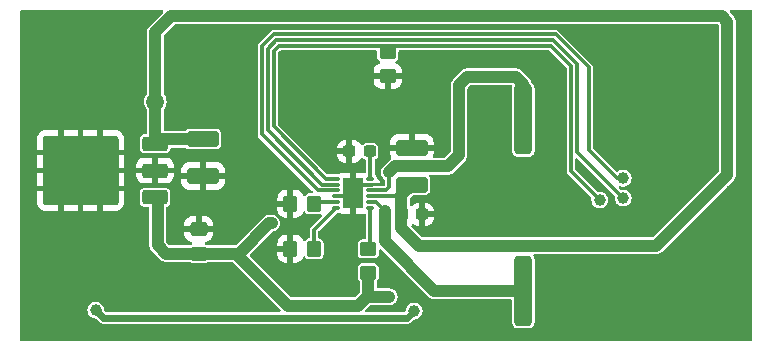
<source format=gbr>
%TF.GenerationSoftware,KiCad,Pcbnew,8.0.6*%
%TF.CreationDate,2025-03-30T17:41:47+02:00*%
%TF.ProjectId,vmc,766d632e-6b69-4636-9164-5f7063625858,rev?*%
%TF.SameCoordinates,Original*%
%TF.FileFunction,Copper,L2,Bot*%
%TF.FilePolarity,Positive*%
%FSLAX46Y46*%
G04 Gerber Fmt 4.6, Leading zero omitted, Abs format (unit mm)*
G04 Created by KiCad (PCBNEW 8.0.6) date 2025-03-30 17:41:47*
%MOMM*%
%LPD*%
G01*
G04 APERTURE LIST*
G04 Aperture macros list*
%AMRoundRect*
0 Rectangle with rounded corners*
0 $1 Rounding radius*
0 $2 $3 $4 $5 $6 $7 $8 $9 X,Y pos of 4 corners*
0 Add a 4 corners polygon primitive as box body*
4,1,4,$2,$3,$4,$5,$6,$7,$8,$9,$2,$3,0*
0 Add four circle primitives for the rounded corners*
1,1,$1+$1,$2,$3*
1,1,$1+$1,$4,$5*
1,1,$1+$1,$6,$7*
1,1,$1+$1,$8,$9*
0 Add four rect primitives between the rounded corners*
20,1,$1+$1,$2,$3,$4,$5,0*
20,1,$1+$1,$4,$5,$6,$7,0*
20,1,$1+$1,$6,$7,$8,$9,0*
20,1,$1+$1,$8,$9,$2,$3,0*%
G04 Aperture macros list end*
%TA.AperFunction,ComponentPad*%
%ADD10C,1.500000*%
%TD*%
%TA.AperFunction,SMDPad,CuDef*%
%ADD11RoundRect,0.250000X0.850000X0.350000X-0.850000X0.350000X-0.850000X-0.350000X0.850000X-0.350000X0*%
%TD*%
%TA.AperFunction,SMDPad,CuDef*%
%ADD12RoundRect,0.250000X1.275000X1.125000X-1.275000X1.125000X-1.275000X-1.125000X1.275000X-1.125000X0*%
%TD*%
%TA.AperFunction,SMDPad,CuDef*%
%ADD13RoundRect,0.249997X2.950003X2.650003X-2.950003X2.650003X-2.950003X-2.650003X2.950003X-2.650003X0*%
%TD*%
%TA.AperFunction,SMDPad,CuDef*%
%ADD14RoundRect,0.237500X-0.300000X-0.237500X0.300000X-0.237500X0.300000X0.237500X-0.300000X0.237500X0*%
%TD*%
%TA.AperFunction,SMDPad,CuDef*%
%ADD15RoundRect,0.075000X-0.250000X-0.075000X0.250000X-0.075000X0.250000X0.075000X-0.250000X0.075000X0*%
%TD*%
%TA.AperFunction,SMDPad,CuDef*%
%ADD16R,1.700000X2.500000*%
%TD*%
%TA.AperFunction,SMDPad,CuDef*%
%ADD17RoundRect,0.250000X-1.100000X0.412500X-1.100000X-0.412500X1.100000X-0.412500X1.100000X0.412500X0*%
%TD*%
%TA.AperFunction,SMDPad,CuDef*%
%ADD18RoundRect,0.250000X0.475000X-0.337500X0.475000X0.337500X-0.475000X0.337500X-0.475000X-0.337500X0*%
%TD*%
%TA.AperFunction,SMDPad,CuDef*%
%ADD19RoundRect,0.250000X-0.350000X-0.450000X0.350000X-0.450000X0.350000X0.450000X-0.350000X0.450000X0*%
%TD*%
%TA.AperFunction,SMDPad,CuDef*%
%ADD20RoundRect,0.375000X-0.375000X-2.625000X0.375000X-2.625000X0.375000X2.625000X-0.375000X2.625000X0*%
%TD*%
%TA.AperFunction,SMDPad,CuDef*%
%ADD21RoundRect,0.250000X-0.450000X0.350000X-0.450000X-0.350000X0.450000X-0.350000X0.450000X0.350000X0*%
%TD*%
%TA.AperFunction,SMDPad,CuDef*%
%ADD22RoundRect,0.250000X0.450000X-0.350000X0.450000X0.350000X-0.450000X0.350000X-0.450000X-0.350000X0*%
%TD*%
%TA.AperFunction,SMDPad,CuDef*%
%ADD23RoundRect,0.250000X1.100000X-0.412500X1.100000X0.412500X-1.100000X0.412500X-1.100000X-0.412500X0*%
%TD*%
%TA.AperFunction,ViaPad*%
%ADD24C,1.000000*%
%TD*%
%TA.AperFunction,Conductor*%
%ADD25C,0.300000*%
%TD*%
%TA.AperFunction,Conductor*%
%ADD26C,1.000000*%
%TD*%
%TA.AperFunction,Conductor*%
%ADD27C,0.600000*%
%TD*%
G04 APERTURE END LIST*
D10*
%TO.P,TP1,1,1*%
%TO.N,/+12V*%
X111938000Y-58255000D03*
%TD*%
D11*
%TO.P,U5,1,IN*%
%TO.N,/+12V*%
X111912000Y-61795500D03*
%TO.P,U5,2,GND*%
%TO.N,GND*%
X111912000Y-64075500D03*
D12*
X107287000Y-65600500D03*
X107287000Y-62550500D03*
D13*
X105612000Y-64075500D03*
D12*
X103937000Y-65600500D03*
X103937000Y-62550500D03*
D11*
%TO.P,U5,3,OUT*%
%TO.N,+5V*%
X111912000Y-66355500D03*
%TD*%
D14*
%TO.P,C10,1*%
%TO.N,GND*%
X128374000Y-62446000D03*
%TO.P,C10,2*%
%TO.N,Net-(U6-V_{18})*%
X130099000Y-62446000D03*
%TD*%
D15*
%TO.P,U6,1,ILIM*%
%TO.N,Net-(U6-ILIM)*%
X127208000Y-67262000D03*
%TO.P,U6,2,ROFF*%
%TO.N,Net-(U6-ROFF)*%
X127208000Y-66762000D03*
%TO.P,U6,3,GNDP*%
%TO.N,GND*%
X127208000Y-66262000D03*
%TO.P,U6,4,IN1*%
%TO.N,Net-(U2-RC4)*%
X127208000Y-65762000D03*
%TO.P,U6,5,IN2*%
%TO.N,Net-(U2-RC5)*%
X127208000Y-65262000D03*
%TO.P,U6,6,ISEN*%
%TO.N,Net-(U2-RC3{slash}CxIN3-)*%
X127208000Y-64762000D03*
%TO.P,U6,7,V_{18}*%
%TO.N,Net-(U6-V_{18})*%
X130158000Y-64762000D03*
%TO.P,U6,8,GNDA*%
%TO.N,GND*%
X130158000Y-65262000D03*
%TO.P,U6,9,OUT2*%
%TO.N,Net-(M1--)*%
X130158000Y-65762000D03*
%TO.P,U6,10,V_{M}*%
%TO.N,/+12V*%
X130158000Y-66262000D03*
%TO.P,U6,11,OUT1*%
%TO.N,Net-(M1-+)*%
X130158000Y-66762000D03*
%TO.P,U6,12,~{FAULT}*%
%TO.N,Net-(U6-~{FAULT})*%
X130158000Y-67262000D03*
D16*
%TO.P,U6,13,PAD*%
%TO.N,GND*%
X128683000Y-66012000D03*
%TD*%
D14*
%TO.P,C5,1*%
%TO.N,/+12V*%
X132792500Y-67780000D03*
%TO.P,C5,2*%
%TO.N,GND*%
X134517500Y-67780000D03*
%TD*%
D17*
%TO.P,C8,1*%
%TO.N,/+12V*%
X115979000Y-61408500D03*
%TO.P,C8,2*%
%TO.N,GND*%
X115979000Y-64533500D03*
%TD*%
D18*
%TO.P,C9,1*%
%TO.N,+5V*%
X115621000Y-71103500D03*
%TO.P,C9,2*%
%TO.N,GND*%
X115621000Y-69028500D03*
%TD*%
D19*
%TO.P,R10,1*%
%TO.N,GND*%
X123384000Y-66891000D03*
%TO.P,R10,2*%
%TO.N,Net-(U6-ROFF)*%
X125384000Y-66891000D03*
%TD*%
%TO.P,R9,1*%
%TO.N,GND*%
X123384000Y-70701000D03*
%TO.P,R9,2*%
%TO.N,Net-(U6-ILIM)*%
X125384000Y-70701000D03*
%TD*%
D20*
%TO.P,M1,1,+*%
%TO.N,Net-(M1-+)*%
X143100000Y-74250000D03*
%TO.P,M1,2,-*%
%TO.N,Net-(M1--)*%
X143100000Y-59750000D03*
%TD*%
D21*
%TO.P,R12,1*%
%TO.N,Net-(U6-~{FAULT})*%
X129972000Y-70717000D03*
%TO.P,R12,2*%
%TO.N,+5V*%
X129972000Y-72717000D03*
%TD*%
D22*
%TO.P,R11,1*%
%TO.N,GND*%
X131623000Y-56080000D03*
%TO.P,R11,2*%
%TO.N,Net-(U2-RC3{slash}CxIN3-)*%
X131623000Y-54080000D03*
%TD*%
D23*
%TO.P,C11,1*%
%TO.N,/+12V*%
X133655000Y-65278500D03*
%TO.P,C11,2*%
%TO.N,GND*%
X133655000Y-62153500D03*
%TD*%
D24*
%TO.N,GND*%
X123368000Y-54826000D03*
X118694400Y-62776200D03*
X140259000Y-62065000D03*
X158400000Y-59400000D03*
X136322000Y-61938000D03*
X123317200Y-65113000D03*
%TO.N,+5V*%
X131750000Y-74765000D03*
X121793000Y-68543603D03*
%TO.N,/+12V*%
X159850000Y-64950000D03*
%TO.N,/Lbus*%
X133862943Y-75965000D03*
X106900000Y-75900000D03*
%TO.N,Net-(U2-RC3{slash}CxIN3-)*%
X149559501Y-66570153D03*
%TO.N,Net-(U2-RC4)*%
X151559500Y-64732000D03*
%TO.N,Net-(U2-RC5)*%
X151559501Y-66402713D03*
%TD*%
D25*
%TO.N,GND*%
X129433000Y-65262000D02*
X128683000Y-66012000D01*
X130158000Y-65262000D02*
X129433000Y-65262000D01*
X127208000Y-66262000D02*
X128433000Y-66262000D01*
D26*
%TO.N,+5V*%
X118774500Y-71103500D02*
X115621000Y-71103500D01*
X129835500Y-74765000D02*
X129761000Y-74839500D01*
X129761000Y-74839500D02*
X129988000Y-74612500D01*
X129988000Y-74612500D02*
X129988000Y-72733000D01*
X121793000Y-68543603D02*
X121594397Y-68543603D01*
X131750000Y-74765000D02*
X129835500Y-74765000D01*
X112870000Y-71103500D02*
X115621000Y-71103500D01*
X121594397Y-68543603D02*
X119034500Y-71103500D01*
X123198000Y-75527000D02*
X129073500Y-75527000D01*
X129073500Y-75527000D02*
X129761000Y-74839500D01*
X112142000Y-70375500D02*
X112870000Y-71103500D01*
X112142000Y-66375500D02*
X112142000Y-70375500D01*
X118774500Y-71103500D02*
X123198000Y-75527000D01*
X119034500Y-71103500D02*
X118774500Y-71103500D01*
D25*
%TO.N,/+12V*%
X130158000Y-66262000D02*
X132544500Y-66262000D01*
D26*
X159850000Y-64950000D02*
X154353000Y-70447000D01*
X159900000Y-51000000D02*
X113300000Y-51000000D01*
X134290000Y-70447000D02*
X132766000Y-68923000D01*
X111938000Y-58255000D02*
X111938000Y-61571500D01*
X160384314Y-51484314D02*
X159900000Y-51000000D01*
X160384314Y-64415686D02*
X160384314Y-51484314D01*
X159850000Y-64950000D02*
X160384314Y-64415686D01*
X154353000Y-70447000D02*
X134290000Y-70447000D01*
X112079500Y-61430000D02*
X115266500Y-61430000D01*
X113300000Y-51000000D02*
X111938000Y-52362000D01*
X111938000Y-52362000D02*
X111938000Y-58255000D01*
X132766000Y-66167500D02*
X133655000Y-65278500D01*
X111938000Y-61571500D02*
X112079500Y-61430000D01*
X132766000Y-68923000D02*
X132766000Y-66167500D01*
D27*
%TO.N,/Lbus*%
X133862943Y-75965000D02*
X133284943Y-76543000D01*
X107543000Y-76543000D02*
X106900000Y-75900000D01*
X133284943Y-76543000D02*
X107543000Y-76543000D01*
D26*
%TO.N,Net-(M1--)*%
X131750000Y-64224000D02*
X132258000Y-63716000D01*
D25*
X131482000Y-65762000D02*
X131750000Y-65494000D01*
D26*
X142468800Y-56118000D02*
X143100000Y-56749200D01*
D25*
X130158000Y-65762000D02*
X131482000Y-65762000D01*
D26*
X132258000Y-63716000D02*
X136703000Y-63716000D01*
X137662000Y-62757000D02*
X137662000Y-56820943D01*
X136703000Y-63716000D02*
X137662000Y-62757000D01*
D25*
X131750000Y-65494000D02*
X131750000Y-64224000D01*
D26*
X138364943Y-56118000D02*
X142468800Y-56118000D01*
X137662000Y-56820943D02*
X138364943Y-56118000D01*
X143100000Y-56749200D02*
X143100000Y-59750000D01*
D25*
%TO.N,Net-(M1-+)*%
X130158000Y-66762000D02*
X130605000Y-66762000D01*
X130605000Y-66762000D02*
X131369000Y-67526000D01*
D26*
X135553000Y-74250000D02*
X143100000Y-74250000D01*
X131369000Y-67526000D02*
X131369000Y-70066000D01*
X131369000Y-70066000D02*
X135553000Y-74250000D01*
D25*
%TO.N,Net-(U2-RC3{slash}CxIN3-)*%
X121955000Y-60321800D02*
X126395200Y-64762000D01*
X126395200Y-64762000D02*
X127208000Y-64762000D01*
X147117000Y-55224212D02*
X145440788Y-53548000D01*
X149559501Y-66570153D02*
X147117000Y-64127652D01*
X147117000Y-64127652D02*
X147117000Y-55224212D01*
X121955000Y-53970212D02*
X121955000Y-60321800D01*
X145440788Y-53548000D02*
X122377212Y-53548000D01*
X122377212Y-53548000D02*
X121955000Y-53970212D01*
%TO.N,Net-(U6-V_{18})*%
X130158000Y-64762000D02*
X130158000Y-62505000D01*
%TO.N,Net-(U6-ILIM)*%
X125384000Y-69086000D02*
X125384000Y-70701000D01*
X127208000Y-67262000D02*
X125384000Y-69086000D01*
%TO.N,Net-(U6-ROFF)*%
X127208000Y-66762000D02*
X125513000Y-66762000D01*
%TO.N,Net-(U2-RC4)*%
X151054000Y-64732000D02*
X148641000Y-62319000D01*
X120955000Y-60998200D02*
X125718800Y-65762000D01*
X148641000Y-55334000D02*
X145855001Y-52548000D01*
X125718800Y-65762000D02*
X127208000Y-65762000D01*
X151559500Y-64732000D02*
X151054000Y-64732000D01*
X120955000Y-53556000D02*
X120955000Y-60998200D01*
X121963000Y-52548000D02*
X120955000Y-53556000D01*
X145855001Y-52548000D02*
X121963000Y-52548000D01*
X148641000Y-62319000D02*
X148641000Y-55334000D01*
%TO.N,Net-(U2-RC5)*%
X145647894Y-53048000D02*
X122170106Y-53048000D01*
X122170106Y-53048000D02*
X121455000Y-53763106D01*
X126031600Y-65262000D02*
X127208000Y-65262000D01*
X121455000Y-60685400D02*
X126031600Y-65262000D01*
X151559501Y-66402713D02*
X151522631Y-66402713D01*
X147654422Y-62534504D02*
X147654422Y-55054528D01*
X121455000Y-53763106D02*
X121455000Y-60685400D01*
X151522631Y-66402713D02*
X147654422Y-62534504D01*
X147654422Y-55054528D02*
X145647894Y-53048000D01*
%TO.N,Net-(U6-~{FAULT})*%
X130158000Y-67262000D02*
X130158000Y-70531000D01*
%TD*%
%TA.AperFunction,Conductor*%
%TO.N,GND*%
G36*
X112576520Y-50520185D02*
G01*
X112622275Y-50572989D01*
X112632219Y-50642147D01*
X112603194Y-50705703D01*
X112597162Y-50712181D01*
X111393888Y-51915453D01*
X111393887Y-51915454D01*
X111317222Y-52030192D01*
X111264421Y-52157667D01*
X111264418Y-52157679D01*
X111242568Y-52267528D01*
X111242568Y-52267531D01*
X111237500Y-52293006D01*
X111237500Y-57565911D01*
X111217815Y-57632950D01*
X111209353Y-57644576D01*
X111143864Y-57724373D01*
X111143862Y-57724376D01*
X111055604Y-57889497D01*
X111001253Y-58068666D01*
X111001252Y-58068668D01*
X110982901Y-58255000D01*
X111001252Y-58441331D01*
X111001253Y-58441333D01*
X111055604Y-58620502D01*
X111143862Y-58785623D01*
X111143864Y-58785626D01*
X111209353Y-58865423D01*
X111236666Y-58929732D01*
X111237500Y-58944088D01*
X111237500Y-60871000D01*
X111217815Y-60938039D01*
X111165011Y-60983794D01*
X111113500Y-60995000D01*
X111007730Y-60995000D01*
X110977300Y-60997853D01*
X110977298Y-60997853D01*
X110849119Y-61042706D01*
X110849117Y-61042707D01*
X110739850Y-61123350D01*
X110659207Y-61232617D01*
X110659206Y-61232619D01*
X110614353Y-61360798D01*
X110614353Y-61360800D01*
X110611500Y-61391230D01*
X110611500Y-62199769D01*
X110614353Y-62230199D01*
X110614353Y-62230201D01*
X110652061Y-62337960D01*
X110659207Y-62358382D01*
X110739850Y-62467650D01*
X110849118Y-62548293D01*
X110891845Y-62563244D01*
X110977299Y-62593146D01*
X111007730Y-62596000D01*
X111007734Y-62596000D01*
X112816270Y-62596000D01*
X112846699Y-62593146D01*
X112846701Y-62593146D01*
X112910790Y-62570719D01*
X112974882Y-62548293D01*
X113084150Y-62467650D01*
X113164793Y-62358382D01*
X113209646Y-62230199D01*
X113209646Y-62230197D01*
X113210118Y-62228039D01*
X113210907Y-62226595D01*
X113212139Y-62223077D01*
X113212721Y-62223280D01*
X113243655Y-62166745D01*
X113305006Y-62133312D01*
X113331262Y-62130500D01*
X114498907Y-62130500D01*
X114565946Y-62150185D01*
X114572532Y-62154724D01*
X114666118Y-62223793D01*
X114684437Y-62230203D01*
X114794299Y-62268646D01*
X114824730Y-62271500D01*
X114824734Y-62271500D01*
X117133270Y-62271500D01*
X117163699Y-62268646D01*
X117163701Y-62268646D01*
X117227790Y-62246219D01*
X117291882Y-62223793D01*
X117401150Y-62143150D01*
X117481793Y-62033882D01*
X117525329Y-61909464D01*
X117526646Y-61905701D01*
X117526646Y-61905699D01*
X117529500Y-61875269D01*
X117529500Y-60941730D01*
X117526646Y-60911300D01*
X117526646Y-60911298D01*
X117481793Y-60783119D01*
X117481792Y-60783117D01*
X117450813Y-60741142D01*
X117401150Y-60673850D01*
X117291882Y-60593207D01*
X117291880Y-60593206D01*
X117163700Y-60548353D01*
X117133270Y-60545500D01*
X117133266Y-60545500D01*
X114824734Y-60545500D01*
X114824730Y-60545500D01*
X114794300Y-60548353D01*
X114794298Y-60548353D01*
X114666119Y-60593206D01*
X114666117Y-60593207D01*
X114556849Y-60673850D01*
X114552952Y-60679132D01*
X114497305Y-60721384D01*
X114453181Y-60729500D01*
X112762500Y-60729500D01*
X112695461Y-60709815D01*
X112649706Y-60657011D01*
X112638500Y-60605500D01*
X112638500Y-58944088D01*
X112658185Y-58877049D01*
X112666647Y-58865423D01*
X112732135Y-58785626D01*
X112732137Y-58785623D01*
X112820395Y-58620502D01*
X112820396Y-58620501D01*
X112874747Y-58441331D01*
X112893099Y-58255000D01*
X112874747Y-58068669D01*
X112820396Y-57889499D01*
X112732136Y-57724375D01*
X112732135Y-57724373D01*
X112666647Y-57644576D01*
X112639334Y-57580266D01*
X112638500Y-57565911D01*
X112638500Y-53509856D01*
X120604500Y-53509856D01*
X120604500Y-61044344D01*
X120618928Y-61098190D01*
X120628385Y-61133486D01*
X120674527Y-61213408D01*
X120674531Y-61213413D01*
X125239937Y-65778819D01*
X125273422Y-65840142D01*
X125268438Y-65909834D01*
X125226566Y-65965767D01*
X125161102Y-65990184D01*
X125152256Y-65990500D01*
X124979730Y-65990500D01*
X124949300Y-65993353D01*
X124949298Y-65993353D01*
X124821119Y-66038206D01*
X124821117Y-66038207D01*
X124711850Y-66118850D01*
X124650776Y-66201602D01*
X124595128Y-66243853D01*
X124525472Y-66249311D01*
X124463923Y-66216243D01*
X124433300Y-66166972D01*
X124418358Y-66121880D01*
X124418356Y-66121875D01*
X124326315Y-65972654D01*
X124202345Y-65848684D01*
X124053124Y-65756643D01*
X124053119Y-65756641D01*
X123886697Y-65701494D01*
X123886690Y-65701493D01*
X123783986Y-65691000D01*
X123634000Y-65691000D01*
X123634000Y-68090999D01*
X123783972Y-68090999D01*
X123783986Y-68090998D01*
X123886697Y-68080505D01*
X124053119Y-68025358D01*
X124053124Y-68025356D01*
X124202345Y-67933315D01*
X124326315Y-67809345D01*
X124418356Y-67660124D01*
X124418359Y-67660117D01*
X124433300Y-67615028D01*
X124473072Y-67557583D01*
X124537587Y-67530759D01*
X124606363Y-67543073D01*
X124650775Y-67580396D01*
X124711850Y-67663150D01*
X124821118Y-67743793D01*
X124849754Y-67753813D01*
X124949299Y-67788646D01*
X124979730Y-67791500D01*
X124979734Y-67791500D01*
X125788270Y-67791500D01*
X125808554Y-67789597D01*
X125818699Y-67788646D01*
X125870406Y-67770552D01*
X125940182Y-67766990D01*
X126000810Y-67801718D01*
X126033038Y-67863711D01*
X126026634Y-67933286D01*
X125999041Y-67975275D01*
X125103531Y-68870786D01*
X125103529Y-68870789D01*
X125065753Y-68936221D01*
X125065751Y-68936223D01*
X125057386Y-68950709D01*
X125057386Y-68950710D01*
X125033500Y-69039856D01*
X125033500Y-69685908D01*
X125013815Y-69752947D01*
X124961011Y-69798702D01*
X124950456Y-69802949D01*
X124821117Y-69848207D01*
X124711850Y-69928850D01*
X124650776Y-70011602D01*
X124595128Y-70053853D01*
X124525472Y-70059311D01*
X124463923Y-70026243D01*
X124433300Y-69976972D01*
X124418358Y-69931880D01*
X124418356Y-69931875D01*
X124326315Y-69782654D01*
X124202345Y-69658684D01*
X124053124Y-69566643D01*
X124053119Y-69566641D01*
X123886697Y-69511494D01*
X123886690Y-69511493D01*
X123783986Y-69501000D01*
X123634000Y-69501000D01*
X123634000Y-71900999D01*
X123783972Y-71900999D01*
X123783986Y-71900998D01*
X123886697Y-71890505D01*
X124053119Y-71835358D01*
X124053124Y-71835356D01*
X124202345Y-71743315D01*
X124326315Y-71619345D01*
X124418356Y-71470124D01*
X124418359Y-71470117D01*
X124433300Y-71425028D01*
X124473072Y-71367583D01*
X124537587Y-71340759D01*
X124606363Y-71353073D01*
X124650775Y-71390396D01*
X124711850Y-71473150D01*
X124821118Y-71553793D01*
X124863845Y-71568744D01*
X124949299Y-71598646D01*
X124979730Y-71601500D01*
X124979734Y-71601500D01*
X125788270Y-71601500D01*
X125818699Y-71598646D01*
X125818701Y-71598646D01*
X125882790Y-71576219D01*
X125946882Y-71553793D01*
X126056150Y-71473150D01*
X126136793Y-71363882D01*
X126166186Y-71279882D01*
X126181646Y-71235701D01*
X126181646Y-71235699D01*
X126184500Y-71205269D01*
X126184500Y-70196730D01*
X126181646Y-70166300D01*
X126181646Y-70166298D01*
X126141075Y-70050356D01*
X126136793Y-70038118D01*
X126056150Y-69928850D01*
X125946882Y-69848207D01*
X125907267Y-69834345D01*
X125817544Y-69802949D01*
X125760769Y-69762227D01*
X125735022Y-69697274D01*
X125734500Y-69685908D01*
X125734500Y-69282543D01*
X125754185Y-69215504D01*
X125770814Y-69194867D01*
X127316863Y-67648817D01*
X127378186Y-67615333D01*
X127404544Y-67612499D01*
X127425602Y-67612499D01*
X127492641Y-67632184D01*
X127499913Y-67637232D01*
X127590911Y-67705352D01*
X127590913Y-67705354D01*
X127725620Y-67755596D01*
X127725627Y-67755598D01*
X127785155Y-67761999D01*
X127785172Y-67762000D01*
X128433000Y-67762000D01*
X128433000Y-64262000D01*
X127785155Y-64262000D01*
X127725627Y-64268401D01*
X127725620Y-64268403D01*
X127590913Y-64318645D01*
X127590910Y-64318647D01*
X127499917Y-64386766D01*
X127434453Y-64411184D01*
X127425605Y-64411500D01*
X126591744Y-64411500D01*
X126524705Y-64391815D01*
X126504063Y-64375181D01*
X124861536Y-62732654D01*
X127336501Y-62732654D01*
X127346819Y-62833652D01*
X127401046Y-62997300D01*
X127401051Y-62997311D01*
X127491552Y-63144034D01*
X127491555Y-63144038D01*
X127613461Y-63265944D01*
X127613465Y-63265947D01*
X127760188Y-63356448D01*
X127760199Y-63356453D01*
X127923847Y-63410680D01*
X128024851Y-63420999D01*
X128124000Y-63420998D01*
X128124000Y-62696000D01*
X127336501Y-62696000D01*
X127336501Y-62732654D01*
X124861536Y-62732654D01*
X124288227Y-62159345D01*
X127336500Y-62159345D01*
X127336500Y-62196000D01*
X128124000Y-62196000D01*
X128124000Y-61470999D01*
X128024860Y-61471000D01*
X128024844Y-61471001D01*
X127923847Y-61481319D01*
X127760199Y-61535546D01*
X127760188Y-61535551D01*
X127613465Y-61626052D01*
X127613461Y-61626055D01*
X127491555Y-61747961D01*
X127491552Y-61747965D01*
X127401051Y-61894688D01*
X127401046Y-61894699D01*
X127346819Y-62058347D01*
X127336500Y-62159345D01*
X124288227Y-62159345D01*
X122341819Y-60212937D01*
X122308334Y-60151614D01*
X122305500Y-60125256D01*
X122305500Y-56479986D01*
X130423001Y-56479986D01*
X130433494Y-56582697D01*
X130488641Y-56749119D01*
X130488643Y-56749124D01*
X130580684Y-56898345D01*
X130704654Y-57022315D01*
X130853875Y-57114356D01*
X130853880Y-57114358D01*
X131020302Y-57169505D01*
X131020309Y-57169506D01*
X131123019Y-57179999D01*
X131372999Y-57179999D01*
X131873000Y-57179999D01*
X132122972Y-57179999D01*
X132122986Y-57179998D01*
X132225697Y-57169505D01*
X132392119Y-57114358D01*
X132392124Y-57114356D01*
X132541345Y-57022315D01*
X132665315Y-56898345D01*
X132757356Y-56749124D01*
X132757358Y-56749119D01*
X132812505Y-56582697D01*
X132812506Y-56582690D01*
X132822999Y-56479986D01*
X132823000Y-56479973D01*
X132823000Y-56330000D01*
X131873000Y-56330000D01*
X131873000Y-57179999D01*
X131372999Y-57179999D01*
X131373000Y-57179998D01*
X131373000Y-56330000D01*
X130423001Y-56330000D01*
X130423001Y-56479986D01*
X122305500Y-56479986D01*
X122305500Y-54166756D01*
X122325185Y-54099717D01*
X122341819Y-54079075D01*
X122486075Y-53934819D01*
X122547398Y-53901334D01*
X122573756Y-53898500D01*
X130598500Y-53898500D01*
X130665539Y-53918185D01*
X130711294Y-53970989D01*
X130722500Y-54022500D01*
X130722500Y-54484269D01*
X130725353Y-54514699D01*
X130725353Y-54514701D01*
X130770206Y-54642880D01*
X130770207Y-54642882D01*
X130850851Y-54752151D01*
X130933601Y-54813223D01*
X130975852Y-54868870D01*
X130981311Y-54938526D01*
X130948244Y-55000076D01*
X130898974Y-55030698D01*
X130853883Y-55045640D01*
X130853875Y-55045643D01*
X130704654Y-55137684D01*
X130580684Y-55261654D01*
X130488643Y-55410875D01*
X130488641Y-55410880D01*
X130433494Y-55577302D01*
X130433493Y-55577309D01*
X130423000Y-55680013D01*
X130423000Y-55830000D01*
X132822999Y-55830000D01*
X132822999Y-55680028D01*
X132822998Y-55680013D01*
X132812505Y-55577302D01*
X132757358Y-55410880D01*
X132757356Y-55410875D01*
X132665315Y-55261654D01*
X132541345Y-55137684D01*
X132392124Y-55045643D01*
X132392121Y-55045642D01*
X132347026Y-55030699D01*
X132289582Y-54990926D01*
X132262759Y-54926410D01*
X132275074Y-54857634D01*
X132312394Y-54813225D01*
X132395150Y-54752150D01*
X132475793Y-54642882D01*
X132498219Y-54578790D01*
X132520646Y-54514701D01*
X132520646Y-54514699D01*
X132523500Y-54484269D01*
X132523500Y-54022500D01*
X132543185Y-53955461D01*
X132595989Y-53909706D01*
X132647500Y-53898500D01*
X145244244Y-53898500D01*
X145311283Y-53918185D01*
X145331925Y-53934819D01*
X146730181Y-55333075D01*
X146763666Y-55394398D01*
X146766500Y-55420756D01*
X146766500Y-64173796D01*
X146776564Y-64211357D01*
X146776565Y-64211357D01*
X146776565Y-64211358D01*
X146790386Y-64262940D01*
X146790388Y-64262943D01*
X146836527Y-64342860D01*
X146836531Y-64342865D01*
X148833897Y-66340231D01*
X148867382Y-66401554D01*
X148869312Y-66442858D01*
X148853856Y-66570152D01*
X148874360Y-66739022D01*
X148874361Y-66739027D01*
X148934683Y-66898084D01*
X148948693Y-66918380D01*
X149031318Y-67038082D01*
X149104836Y-67103213D01*
X149158651Y-67150889D01*
X149306506Y-67228489D01*
X149309276Y-67229943D01*
X149474445Y-67270653D01*
X149644557Y-67270653D01*
X149809726Y-67229943D01*
X149924964Y-67169461D01*
X149960350Y-67150889D01*
X149960351Y-67150887D01*
X149960353Y-67150887D01*
X150087684Y-67038082D01*
X150184319Y-66898083D01*
X150244641Y-66739025D01*
X150265146Y-66570153D01*
X150244641Y-66401281D01*
X150184319Y-66242223D01*
X150178533Y-66233841D01*
X150139864Y-66177819D01*
X150087684Y-66102224D01*
X149964794Y-65993353D01*
X149960350Y-65989416D01*
X149809727Y-65910363D01*
X149644557Y-65869653D01*
X149474445Y-65869653D01*
X149474444Y-65869653D01*
X149446263Y-65876598D01*
X149376461Y-65873526D01*
X149328911Y-65843881D01*
X147503819Y-64018789D01*
X147470334Y-63957466D01*
X147467500Y-63931108D01*
X147467500Y-63142626D01*
X147487185Y-63075587D01*
X147539989Y-63029832D01*
X147609147Y-63019888D01*
X147672703Y-63048913D01*
X147679181Y-63054945D01*
X150829904Y-66205668D01*
X150863389Y-66266991D01*
X150865319Y-66308294D01*
X150853856Y-66402711D01*
X150853856Y-66402712D01*
X150874360Y-66571582D01*
X150874361Y-66571587D01*
X150934683Y-66730644D01*
X150986008Y-66805000D01*
X151031318Y-66870642D01*
X151085206Y-66918382D01*
X151158651Y-66983449D01*
X151309274Y-67062502D01*
X151309276Y-67062503D01*
X151474445Y-67103213D01*
X151644557Y-67103213D01*
X151809726Y-67062503D01*
X151890399Y-67020162D01*
X151960350Y-66983449D01*
X151960351Y-66983447D01*
X151960353Y-66983447D01*
X152087684Y-66870642D01*
X152184319Y-66730643D01*
X152244641Y-66571585D01*
X152265146Y-66402713D01*
X152244641Y-66233841D01*
X152184319Y-66074783D01*
X152087684Y-65934784D01*
X151960353Y-65821979D01*
X151960350Y-65821976D01*
X151809727Y-65742923D01*
X151644557Y-65702213D01*
X151474445Y-65702213D01*
X151474443Y-65702213D01*
X151416687Y-65716448D01*
X151346884Y-65713378D01*
X151299332Y-65683732D01*
X151223170Y-65607570D01*
X151189685Y-65546247D01*
X151194669Y-65476555D01*
X151236541Y-65420622D01*
X151302005Y-65396205D01*
X151340522Y-65399491D01*
X151474444Y-65432500D01*
X151644556Y-65432500D01*
X151809725Y-65391790D01*
X151910286Y-65339011D01*
X151960349Y-65312736D01*
X151960350Y-65312734D01*
X151960352Y-65312734D01*
X152087683Y-65199929D01*
X152184318Y-65059930D01*
X152244640Y-64900872D01*
X152265145Y-64732000D01*
X152244640Y-64563128D01*
X152184318Y-64404070D01*
X152087683Y-64264071D01*
X151964574Y-64155006D01*
X151960349Y-64151263D01*
X151809726Y-64072210D01*
X151644556Y-64031500D01*
X151474444Y-64031500D01*
X151309273Y-64072210D01*
X151158651Y-64151263D01*
X151158649Y-64151265D01*
X151145429Y-64162977D01*
X151082195Y-64192697D01*
X151012932Y-64183513D01*
X150975522Y-64157841D01*
X150021226Y-63203545D01*
X149027819Y-62210137D01*
X148994334Y-62148814D01*
X148991500Y-62122456D01*
X148991500Y-55287858D01*
X148991500Y-55287856D01*
X148967614Y-55198712D01*
X148955695Y-55178068D01*
X148921470Y-55118788D01*
X146070213Y-52267530D01*
X146070210Y-52267528D01*
X146070209Y-52267527D01*
X145990291Y-52221387D01*
X145990290Y-52221386D01*
X145990289Y-52221386D01*
X145901145Y-52197500D01*
X121916856Y-52197500D01*
X121827712Y-52221386D01*
X121827711Y-52221386D01*
X121827709Y-52221387D01*
X121827706Y-52221388D01*
X121747794Y-52267526D01*
X121747785Y-52267533D01*
X120674531Y-53340786D01*
X120674525Y-53340794D01*
X120655001Y-53374612D01*
X120655001Y-53374614D01*
X120628386Y-53420710D01*
X120604500Y-53509856D01*
X112638500Y-53509856D01*
X112638500Y-52703519D01*
X112658185Y-52636480D01*
X112674819Y-52615838D01*
X113553838Y-51736819D01*
X113615161Y-51703334D01*
X113641519Y-51700500D01*
X159558480Y-51700500D01*
X159625519Y-51720185D01*
X159646128Y-51736786D01*
X159647462Y-51738119D01*
X159680970Y-51799429D01*
X159683814Y-51825833D01*
X159683814Y-64074167D01*
X159664129Y-64141206D01*
X159647495Y-64161848D01*
X159403458Y-64405884D01*
X159403457Y-64405886D01*
X159372281Y-64437061D01*
X159366829Y-64442192D01*
X159321819Y-64482068D01*
X159321818Y-64482069D01*
X159316056Y-64490416D01*
X159301693Y-64507648D01*
X154099162Y-69710181D01*
X154037839Y-69743666D01*
X154011481Y-69746500D01*
X134631518Y-69746500D01*
X134564479Y-69726815D01*
X134543837Y-69710181D01*
X133663260Y-68829603D01*
X133629775Y-68768280D01*
X133634759Y-68698588D01*
X133676631Y-68642655D01*
X133742095Y-68618238D01*
X133810368Y-68633090D01*
X133816039Y-68636384D01*
X133903692Y-68690450D01*
X133903699Y-68690453D01*
X134067347Y-68744680D01*
X134168351Y-68754999D01*
X134767500Y-68754999D01*
X134866640Y-68754999D01*
X134866654Y-68754998D01*
X134967652Y-68744680D01*
X135131300Y-68690453D01*
X135131311Y-68690448D01*
X135278034Y-68599947D01*
X135278038Y-68599944D01*
X135399944Y-68478038D01*
X135399947Y-68478034D01*
X135490448Y-68331311D01*
X135490453Y-68331300D01*
X135544680Y-68167652D01*
X135554999Y-68066654D01*
X135555000Y-68066641D01*
X135555000Y-68030000D01*
X134767500Y-68030000D01*
X134767500Y-68754999D01*
X134168351Y-68754999D01*
X134267500Y-68754998D01*
X134267500Y-67530000D01*
X134767500Y-67530000D01*
X135554999Y-67530000D01*
X135554999Y-67493360D01*
X135554998Y-67493345D01*
X135544680Y-67392347D01*
X135490453Y-67228699D01*
X135490448Y-67228688D01*
X135399947Y-67081965D01*
X135399944Y-67081961D01*
X135278038Y-66960055D01*
X135278034Y-66960052D01*
X135131311Y-66869551D01*
X135131300Y-66869546D01*
X134967652Y-66815319D01*
X134866654Y-66805000D01*
X134767500Y-66805000D01*
X134767500Y-67530000D01*
X134267500Y-67530000D01*
X134267500Y-66804999D01*
X134168360Y-66805000D01*
X134168344Y-66805001D01*
X134067347Y-66815319D01*
X133903699Y-66869546D01*
X133903688Y-66869551D01*
X133756965Y-66960052D01*
X133756961Y-66960055D01*
X133678181Y-67038836D01*
X133616858Y-67072321D01*
X133547166Y-67067337D01*
X133491233Y-67025465D01*
X133466816Y-66960001D01*
X133466500Y-66951155D01*
X133466500Y-66509019D01*
X133486185Y-66441980D01*
X133502819Y-66421338D01*
X133746338Y-66177819D01*
X133807661Y-66144334D01*
X133834019Y-66141500D01*
X134809270Y-66141500D01*
X134839699Y-66138646D01*
X134839701Y-66138646D01*
X134914423Y-66112499D01*
X134967882Y-66093793D01*
X135077150Y-66013150D01*
X135157793Y-65903882D01*
X135186453Y-65821976D01*
X135202646Y-65775701D01*
X135202646Y-65775699D01*
X135205500Y-65745269D01*
X135205500Y-64811730D01*
X135202646Y-64781300D01*
X135202646Y-64781298D01*
X135160155Y-64659868D01*
X135157793Y-64653118D01*
X135129020Y-64614132D01*
X135105050Y-64548505D01*
X135120365Y-64480335D01*
X135170105Y-64431266D01*
X135228791Y-64416500D01*
X136771996Y-64416500D01*
X136863040Y-64398389D01*
X136907328Y-64389580D01*
X136987116Y-64356531D01*
X137034807Y-64336777D01*
X137034808Y-64336776D01*
X137034811Y-64336775D01*
X137149543Y-64260114D01*
X138206114Y-63203543D01*
X138282775Y-63088811D01*
X138288449Y-63075114D01*
X138335578Y-62961332D01*
X138335580Y-62961328D01*
X138352980Y-62873853D01*
X138362500Y-62825996D01*
X138362500Y-57162462D01*
X138382185Y-57095423D01*
X138398819Y-57074781D01*
X138618781Y-56854819D01*
X138680104Y-56821334D01*
X138706462Y-56818500D01*
X142044584Y-56818500D01*
X142111623Y-56838185D01*
X142157378Y-56890989D01*
X142167322Y-56960147D01*
X142164360Y-56974590D01*
X142164313Y-56974764D01*
X142149500Y-57087272D01*
X142149500Y-62412727D01*
X142164313Y-62525235D01*
X142164313Y-62525236D01*
X142201897Y-62615973D01*
X142222302Y-62665233D01*
X142314549Y-62785451D01*
X142434767Y-62877698D01*
X142574764Y-62935687D01*
X142687280Y-62950500D01*
X142687287Y-62950500D01*
X143512713Y-62950500D01*
X143512720Y-62950500D01*
X143625236Y-62935687D01*
X143765233Y-62877698D01*
X143885451Y-62785451D01*
X143977698Y-62665233D01*
X144035687Y-62525236D01*
X144050500Y-62412720D01*
X144050500Y-57087280D01*
X144035687Y-56974764D01*
X143977698Y-56834767D01*
X143885451Y-56714549D01*
X143885449Y-56714547D01*
X143885448Y-56714546D01*
X143830283Y-56672216D01*
X143789081Y-56615788D01*
X143784155Y-56598040D01*
X143773580Y-56544872D01*
X143750492Y-56489132D01*
X143720777Y-56417392D01*
X143644112Y-56302654D01*
X142915345Y-55573887D01*
X142800607Y-55497222D01*
X142673132Y-55444421D01*
X142673122Y-55444418D01*
X142537796Y-55417500D01*
X142537794Y-55417500D01*
X142537793Y-55417500D01*
X138433937Y-55417500D01*
X138295950Y-55417500D01*
X138295948Y-55417500D01*
X138160620Y-55444418D01*
X138160610Y-55444421D01*
X138033135Y-55497222D01*
X137918397Y-55573887D01*
X137117887Y-56374397D01*
X137041222Y-56489135D01*
X136988421Y-56616610D01*
X136988418Y-56616622D01*
X136968940Y-56714547D01*
X136968940Y-56714550D01*
X136961500Y-56751949D01*
X136961500Y-62415481D01*
X136941815Y-62482520D01*
X136925181Y-62503162D01*
X136449162Y-62979181D01*
X136387839Y-63012666D01*
X136361481Y-63015500D01*
X135567875Y-63015500D01*
X135500836Y-62995815D01*
X135455081Y-62943011D01*
X135445137Y-62873853D01*
X135450169Y-62852496D01*
X135494505Y-62718697D01*
X135494506Y-62718690D01*
X135504999Y-62615986D01*
X135505000Y-62615973D01*
X135505000Y-62403500D01*
X131805001Y-62403500D01*
X131805001Y-62615986D01*
X131815494Y-62718697D01*
X131870641Y-62885119D01*
X131870646Y-62885130D01*
X131915852Y-62958419D01*
X131934293Y-63025811D01*
X131913371Y-63092475D01*
X131879206Y-63126618D01*
X131811453Y-63171889D01*
X131205888Y-63777453D01*
X131205887Y-63777454D01*
X131129222Y-63892192D01*
X131076421Y-64019667D01*
X131076418Y-64019677D01*
X131049500Y-64155003D01*
X131049500Y-64155006D01*
X131049500Y-64292994D01*
X131049500Y-64292996D01*
X131049499Y-64292996D01*
X131076418Y-64428322D01*
X131076421Y-64428332D01*
X131129222Y-64555807D01*
X131205887Y-64670545D01*
X131303451Y-64768109D01*
X131303456Y-64768113D01*
X131303457Y-64768114D01*
X131344389Y-64795464D01*
X131389195Y-64849075D01*
X131399500Y-64898566D01*
X131399500Y-65287500D01*
X131379815Y-65354539D01*
X131327011Y-65400294D01*
X131275500Y-65411500D01*
X130132000Y-65411500D01*
X130064961Y-65391815D01*
X130019206Y-65339011D01*
X130008000Y-65287500D01*
X130008000Y-65236500D01*
X130027685Y-65169461D01*
X130080489Y-65123706D01*
X130132000Y-65112500D01*
X130218578Y-65112500D01*
X130218586Y-65112499D01*
X130436129Y-65112499D01*
X130446289Y-65112000D01*
X130978088Y-65112000D01*
X130978088Y-65111999D01*
X130968199Y-65036896D01*
X130968198Y-65036891D01*
X130910263Y-64897021D01*
X130818094Y-64776905D01*
X130723754Y-64704515D01*
X130682552Y-64648086D01*
X130677625Y-64630335D01*
X130667515Y-64579505D01*
X130619501Y-64507648D01*
X130606623Y-64488374D01*
X130563608Y-64459632D01*
X130518804Y-64406020D01*
X130508500Y-64356531D01*
X130508500Y-63197206D01*
X130528185Y-63130167D01*
X130580989Y-63084412D01*
X130591535Y-63080168D01*
X130605975Y-63075116D01*
X130712211Y-62996711D01*
X130790616Y-62890475D01*
X130834225Y-62765849D01*
X130837000Y-62736256D01*
X130837000Y-62155744D01*
X130836350Y-62148814D01*
X130834225Y-62126150D01*
X130801938Y-62033882D01*
X130790616Y-62001525D01*
X130712211Y-61895289D01*
X130710665Y-61894148D01*
X130605976Y-61816884D01*
X130481348Y-61773274D01*
X130481349Y-61773274D01*
X130451760Y-61770500D01*
X130451756Y-61770500D01*
X129746244Y-61770500D01*
X129746240Y-61770500D01*
X129716650Y-61773274D01*
X129592025Y-61816883D01*
X129499060Y-61885494D01*
X129433430Y-61909464D01*
X129365260Y-61894148D01*
X129319888Y-61850820D01*
X129256443Y-61747960D01*
X129199496Y-61691013D01*
X131805000Y-61691013D01*
X131805000Y-61903500D01*
X133405000Y-61903500D01*
X133905000Y-61903500D01*
X135504999Y-61903500D01*
X135504999Y-61691028D01*
X135504998Y-61691013D01*
X135494505Y-61588302D01*
X135439358Y-61421880D01*
X135439356Y-61421875D01*
X135347315Y-61272654D01*
X135223345Y-61148684D01*
X135074124Y-61056643D01*
X135074119Y-61056641D01*
X134907697Y-61001494D01*
X134907690Y-61001493D01*
X134804986Y-60991000D01*
X133905000Y-60991000D01*
X133905000Y-61903500D01*
X133405000Y-61903500D01*
X133405000Y-60991000D01*
X132505028Y-60991000D01*
X132505012Y-60991001D01*
X132402302Y-61001494D01*
X132235880Y-61056641D01*
X132235875Y-61056643D01*
X132086654Y-61148684D01*
X131962684Y-61272654D01*
X131870643Y-61421875D01*
X131870641Y-61421880D01*
X131815494Y-61588302D01*
X131815493Y-61588309D01*
X131805000Y-61691013D01*
X129199496Y-61691013D01*
X129134538Y-61626055D01*
X129134534Y-61626052D01*
X128987811Y-61535551D01*
X128987800Y-61535546D01*
X128824152Y-61481319D01*
X128723154Y-61471000D01*
X128624000Y-61471000D01*
X128624000Y-63420999D01*
X128723140Y-63420999D01*
X128723154Y-63420998D01*
X128824152Y-63410680D01*
X128987800Y-63356453D01*
X128987811Y-63356448D01*
X129134534Y-63265947D01*
X129134538Y-63265944D01*
X129256445Y-63144037D01*
X129319888Y-63041180D01*
X129371836Y-62994455D01*
X129440798Y-62983232D01*
X129499058Y-63006504D01*
X129545990Y-63041141D01*
X129592025Y-63075116D01*
X129723774Y-63121218D01*
X129722706Y-63124268D01*
X129771137Y-63150682D01*
X129804653Y-63211988D01*
X129807500Y-63238407D01*
X129807500Y-64152141D01*
X129787815Y-64219180D01*
X129735011Y-64264935D01*
X129665853Y-64274879D01*
X129641698Y-64268714D01*
X129640372Y-64268401D01*
X129580844Y-64262000D01*
X128933000Y-64262000D01*
X128933000Y-67762000D01*
X129580828Y-67762000D01*
X129580844Y-67761999D01*
X129640372Y-67755598D01*
X129647930Y-67753813D01*
X129648233Y-67755099D01*
X129709856Y-67750691D01*
X129771180Y-67784175D01*
X129804666Y-67845498D01*
X129807500Y-67871858D01*
X129807500Y-69792500D01*
X129787815Y-69859539D01*
X129735011Y-69905294D01*
X129683500Y-69916500D01*
X129467730Y-69916500D01*
X129437300Y-69919353D01*
X129437298Y-69919353D01*
X129309119Y-69964206D01*
X129309117Y-69964207D01*
X129199850Y-70044850D01*
X129119207Y-70154117D01*
X129119206Y-70154119D01*
X129074353Y-70282298D01*
X129074353Y-70282300D01*
X129071500Y-70312730D01*
X129071500Y-71121269D01*
X129074353Y-71151699D01*
X129074353Y-71151701D01*
X129119206Y-71279880D01*
X129119207Y-71279882D01*
X129199850Y-71389150D01*
X129309118Y-71469793D01*
X129351845Y-71484744D01*
X129437299Y-71514646D01*
X129467730Y-71517500D01*
X129467734Y-71517500D01*
X130476270Y-71517500D01*
X130506699Y-71514646D01*
X130506701Y-71514646D01*
X130570790Y-71492219D01*
X130634882Y-71469793D01*
X130744150Y-71389150D01*
X130824793Y-71279882D01*
X130856186Y-71190165D01*
X130869646Y-71151701D01*
X130869646Y-71151699D01*
X130872500Y-71121269D01*
X130872500Y-70859519D01*
X130892185Y-70792480D01*
X130944989Y-70746725D01*
X131014147Y-70736781D01*
X131077703Y-70765806D01*
X131084181Y-70771838D01*
X135106453Y-74794111D01*
X135106454Y-74794112D01*
X135221192Y-74870777D01*
X135348667Y-74923578D01*
X135348672Y-74923580D01*
X135348676Y-74923580D01*
X135348677Y-74923581D01*
X135484003Y-74950500D01*
X135484006Y-74950500D01*
X135484007Y-74950500D01*
X142025500Y-74950500D01*
X142092539Y-74970185D01*
X142138294Y-75022989D01*
X142149500Y-75074500D01*
X142149500Y-76912727D01*
X142153552Y-76943500D01*
X142164313Y-77025236D01*
X142222302Y-77165233D01*
X142314549Y-77285451D01*
X142434767Y-77377698D01*
X142574764Y-77435687D01*
X142687280Y-77450500D01*
X142687287Y-77450500D01*
X143512713Y-77450500D01*
X143512720Y-77450500D01*
X143625236Y-77435687D01*
X143765233Y-77377698D01*
X143885451Y-77285451D01*
X143977698Y-77165233D01*
X144035687Y-77025236D01*
X144050500Y-76912720D01*
X144050500Y-71587280D01*
X144035687Y-71474764D01*
X143977698Y-71334767D01*
X143977697Y-71334766D01*
X143976967Y-71333501D01*
X143976674Y-71332295D01*
X143974588Y-71327258D01*
X143975373Y-71326932D01*
X143960494Y-71265601D01*
X143983346Y-71199574D01*
X144038267Y-71156383D01*
X144084354Y-71147500D01*
X154421996Y-71147500D01*
X154530457Y-71125925D01*
X154557328Y-71120580D01*
X154621069Y-71094177D01*
X154684807Y-71067777D01*
X154684808Y-71067776D01*
X154684811Y-71067775D01*
X154799543Y-70991114D01*
X160327731Y-65462924D01*
X160333151Y-65457822D01*
X160378183Y-65417929D01*
X160383942Y-65409584D01*
X160398299Y-65392357D01*
X160928428Y-64862229D01*
X161005089Y-64747497D01*
X161057894Y-64620014D01*
X161069209Y-64563130D01*
X161084814Y-64484682D01*
X161084814Y-51415318D01*
X161057895Y-51279991D01*
X161057894Y-51279990D01*
X161057894Y-51279986D01*
X161057892Y-51279981D01*
X161005092Y-51152509D01*
X161005085Y-51152496D01*
X160928429Y-51037773D01*
X160928428Y-51037772D01*
X160830856Y-50940200D01*
X160602838Y-50712181D01*
X160569353Y-50650858D01*
X160574337Y-50581166D01*
X160616209Y-50525233D01*
X160681673Y-50500816D01*
X160690519Y-50500500D01*
X162375500Y-50500500D01*
X162442539Y-50520185D01*
X162488294Y-50572989D01*
X162499500Y-50624500D01*
X162499500Y-78375500D01*
X162479815Y-78442539D01*
X162427011Y-78488294D01*
X162375500Y-78499500D01*
X100624500Y-78499500D01*
X100557461Y-78479815D01*
X100511706Y-78427011D01*
X100500500Y-78375500D01*
X100500500Y-75900000D01*
X106194355Y-75900000D01*
X106214859Y-76068869D01*
X106214860Y-76068874D01*
X106275182Y-76227931D01*
X106320049Y-76292931D01*
X106371817Y-76367929D01*
X106445185Y-76432927D01*
X106499150Y-76480736D01*
X106649773Y-76559789D01*
X106649775Y-76559790D01*
X106814944Y-76600500D01*
X106841325Y-76600500D01*
X106908364Y-76620185D01*
X106929006Y-76636819D01*
X107138159Y-76845972D01*
X107138169Y-76845983D01*
X107142499Y-76850313D01*
X107142500Y-76850314D01*
X107235686Y-76943500D01*
X107349814Y-77009392D01*
X107477107Y-77043500D01*
X107477108Y-77043500D01*
X107477109Y-77043500D01*
X133350833Y-77043500D01*
X133350835Y-77043500D01*
X133478129Y-77009392D01*
X133592257Y-76943500D01*
X133833938Y-76701819D01*
X133895261Y-76668334D01*
X133921619Y-76665500D01*
X133947999Y-76665500D01*
X134113168Y-76624790D01*
X134237016Y-76559789D01*
X134263792Y-76545736D01*
X134263793Y-76545734D01*
X134263795Y-76545734D01*
X134391126Y-76432929D01*
X134487761Y-76292930D01*
X134548083Y-76133872D01*
X134568588Y-75965000D01*
X134548083Y-75796128D01*
X134548081Y-75796124D01*
X134487760Y-75637068D01*
X134394403Y-75501819D01*
X134391126Y-75497071D01*
X134296259Y-75413026D01*
X134263792Y-75384263D01*
X134113169Y-75305210D01*
X133947999Y-75264500D01*
X133777887Y-75264500D01*
X133612716Y-75305210D01*
X133462093Y-75384263D01*
X133334759Y-75497072D01*
X133238125Y-75637068D01*
X133238125Y-75637069D01*
X133177803Y-75796124D01*
X133177802Y-75796129D01*
X133162754Y-75920054D01*
X133135131Y-75984232D01*
X133127346Y-75992781D01*
X133113954Y-76006175D01*
X133052633Y-76039664D01*
X133026266Y-76042500D01*
X129848019Y-76042500D01*
X129780980Y-76022815D01*
X129735225Y-75970011D01*
X129725281Y-75900853D01*
X129754306Y-75837297D01*
X129760338Y-75830819D01*
X130089338Y-75501819D01*
X130150661Y-75468334D01*
X130177019Y-75465500D01*
X131835058Y-75465500D01*
X131835058Y-75465499D01*
X131899506Y-75449614D01*
X131904975Y-75448396D01*
X131954328Y-75438580D01*
X131960417Y-75436057D01*
X131978204Y-75430216D01*
X132000225Y-75424790D01*
X132042449Y-75402628D01*
X132052606Y-75397871D01*
X132081811Y-75385775D01*
X132102914Y-75371673D01*
X132114171Y-75364985D01*
X132150852Y-75345734D01*
X132172512Y-75326544D01*
X132185835Y-75316267D01*
X132196542Y-75309114D01*
X132227730Y-75277924D01*
X132233133Y-75272838D01*
X132278183Y-75232929D01*
X132283936Y-75224592D01*
X132290643Y-75216581D01*
X132290246Y-75216255D01*
X132294113Y-75211543D01*
X132302160Y-75199500D01*
X132329034Y-75159279D01*
X132329939Y-75157946D01*
X132374818Y-75092930D01*
X132400587Y-75024978D01*
X132401926Y-75021601D01*
X132423580Y-74969328D01*
X132423646Y-74968996D01*
X132429321Y-74949211D01*
X132435140Y-74933872D01*
X132441637Y-74880350D01*
X132443116Y-74871109D01*
X132443183Y-74870775D01*
X132445628Y-74858480D01*
X132450500Y-74833996D01*
X132450500Y-74814873D01*
X132451404Y-74799926D01*
X132452587Y-74790181D01*
X132455645Y-74765000D01*
X132451404Y-74730071D01*
X132450500Y-74715125D01*
X132450500Y-74696006D01*
X132443116Y-74658889D01*
X132441637Y-74649640D01*
X132435140Y-74596129D01*
X132429323Y-74580792D01*
X132423644Y-74560997D01*
X132423580Y-74560672D01*
X132401942Y-74508436D01*
X132400576Y-74504991D01*
X132374818Y-74437070D01*
X132330015Y-74372162D01*
X132328963Y-74370612D01*
X132294117Y-74318462D01*
X132290249Y-74313748D01*
X132290628Y-74313436D01*
X132283940Y-74305412D01*
X132278183Y-74297071D01*
X132233145Y-74257171D01*
X132227707Y-74252051D01*
X132196545Y-74220889D01*
X132196542Y-74220886D01*
X132196377Y-74220775D01*
X132185840Y-74213734D01*
X132172513Y-74203454D01*
X132150855Y-74184268D01*
X132150850Y-74184265D01*
X132114162Y-74165009D01*
X132102903Y-74158318D01*
X132081811Y-74144225D01*
X132052599Y-74132124D01*
X132042445Y-74127368D01*
X132000225Y-74105210D01*
X132000226Y-74105210D01*
X131978206Y-74099783D01*
X131960434Y-74093949D01*
X131954328Y-74091420D01*
X131954324Y-74091419D01*
X131954322Y-74091418D01*
X131904993Y-74081606D01*
X131899511Y-74080386D01*
X131835057Y-74064500D01*
X131835056Y-74064500D01*
X131818993Y-74064500D01*
X130812500Y-74064500D01*
X130745461Y-74044815D01*
X130699706Y-73992011D01*
X130688500Y-73940500D01*
X130688500Y-73492819D01*
X130708185Y-73425780D01*
X130738868Y-73393048D01*
X130744150Y-73389150D01*
X130824793Y-73279882D01*
X130847219Y-73215790D01*
X130869646Y-73151701D01*
X130869646Y-73151699D01*
X130872500Y-73121269D01*
X130872500Y-72312730D01*
X130869646Y-72282300D01*
X130869646Y-72282298D01*
X130824793Y-72154119D01*
X130824792Y-72154117D01*
X130744150Y-72044850D01*
X130634882Y-71964207D01*
X130634880Y-71964206D01*
X130506700Y-71919353D01*
X130476270Y-71916500D01*
X130476266Y-71916500D01*
X129467734Y-71916500D01*
X129467730Y-71916500D01*
X129437300Y-71919353D01*
X129437298Y-71919353D01*
X129309119Y-71964206D01*
X129309117Y-71964207D01*
X129199850Y-72044850D01*
X129119207Y-72154117D01*
X129119206Y-72154119D01*
X129074353Y-72282298D01*
X129074353Y-72282300D01*
X129071500Y-72312730D01*
X129071500Y-73121269D01*
X129074353Y-73151699D01*
X129074353Y-73151701D01*
X129119206Y-73279880D01*
X129119207Y-73279882D01*
X129199850Y-73389150D01*
X129237135Y-73416667D01*
X129279384Y-73472310D01*
X129287500Y-73516435D01*
X129287500Y-74270981D01*
X129267815Y-74338020D01*
X129251181Y-74358662D01*
X128819662Y-74790181D01*
X128758339Y-74823666D01*
X128731981Y-74826500D01*
X123539519Y-74826500D01*
X123472480Y-74806815D01*
X123451838Y-74790181D01*
X119982837Y-71321180D01*
X119949352Y-71259857D01*
X119953562Y-71200986D01*
X122284001Y-71200986D01*
X122294494Y-71303697D01*
X122349641Y-71470119D01*
X122349643Y-71470124D01*
X122441684Y-71619345D01*
X122565654Y-71743315D01*
X122714875Y-71835356D01*
X122714880Y-71835358D01*
X122881302Y-71890505D01*
X122881309Y-71890506D01*
X122984019Y-71900999D01*
X123133999Y-71900999D01*
X123134000Y-71900998D01*
X123134000Y-70951000D01*
X122284001Y-70951000D01*
X122284001Y-71200986D01*
X119953562Y-71200986D01*
X119954336Y-71190165D01*
X119982833Y-71145823D01*
X120927642Y-70201013D01*
X122284000Y-70201013D01*
X122284000Y-70451000D01*
X123134000Y-70451000D01*
X123134000Y-69501000D01*
X122984027Y-69501000D01*
X122984012Y-69501001D01*
X122881302Y-69511494D01*
X122714880Y-69566641D01*
X122714875Y-69566643D01*
X122565654Y-69658684D01*
X122441684Y-69782654D01*
X122349643Y-69931875D01*
X122349641Y-69931880D01*
X122294494Y-70098302D01*
X122294493Y-70098309D01*
X122284000Y-70201013D01*
X120927642Y-70201013D01*
X121862237Y-69266418D01*
X121920238Y-69233705D01*
X121942529Y-69228211D01*
X121947970Y-69227000D01*
X121997328Y-69217183D01*
X122003417Y-69214660D01*
X122021204Y-69208819D01*
X122043225Y-69203393D01*
X122085449Y-69181231D01*
X122095606Y-69176474D01*
X122124811Y-69164378D01*
X122145914Y-69150276D01*
X122157171Y-69143588D01*
X122193852Y-69124337D01*
X122215512Y-69105147D01*
X122228835Y-69094870D01*
X122239542Y-69087717D01*
X122270730Y-69056527D01*
X122276133Y-69051441D01*
X122321183Y-69011532D01*
X122326936Y-69003195D01*
X122333643Y-68995184D01*
X122333246Y-68994858D01*
X122337113Y-68990146D01*
X122337114Y-68990145D01*
X122372034Y-68937882D01*
X122372939Y-68936549D01*
X122417818Y-68871533D01*
X122443587Y-68803581D01*
X122444926Y-68800204D01*
X122466580Y-68747931D01*
X122466646Y-68747599D01*
X122472321Y-68727814D01*
X122478140Y-68712475D01*
X122484637Y-68658953D01*
X122486116Y-68649712D01*
X122493500Y-68612599D01*
X122493500Y-68593476D01*
X122494404Y-68578529D01*
X122498645Y-68543603D01*
X122494404Y-68508674D01*
X122493500Y-68493728D01*
X122493500Y-68474609D01*
X122486116Y-68437492D01*
X122484637Y-68428243D01*
X122478140Y-68374732D01*
X122478140Y-68374731D01*
X122472321Y-68359390D01*
X122466644Y-68339600D01*
X122466580Y-68339275D01*
X122444942Y-68287039D01*
X122443576Y-68283594D01*
X122417818Y-68215673D01*
X122373015Y-68150765D01*
X122371963Y-68149215D01*
X122337117Y-68097065D01*
X122333249Y-68092351D01*
X122333628Y-68092039D01*
X122326940Y-68084015D01*
X122321183Y-68075674D01*
X122276145Y-68035774D01*
X122270707Y-68030654D01*
X122239545Y-67999492D01*
X122239544Y-67999491D01*
X122239542Y-67999489D01*
X122239377Y-67999378D01*
X122228840Y-67992337D01*
X122215513Y-67982057D01*
X122193855Y-67962871D01*
X122193850Y-67962868D01*
X122157162Y-67943612D01*
X122145903Y-67936921D01*
X122124811Y-67922828D01*
X122095599Y-67910727D01*
X122085445Y-67905971D01*
X122043225Y-67883813D01*
X122043226Y-67883813D01*
X122021206Y-67878386D01*
X122003434Y-67872552D01*
X121997328Y-67870023D01*
X121997324Y-67870022D01*
X121997322Y-67870021D01*
X121947993Y-67860209D01*
X121942511Y-67858989D01*
X121878057Y-67843103D01*
X121878056Y-67843103D01*
X121861993Y-67843103D01*
X121663391Y-67843103D01*
X121525403Y-67843103D01*
X121525401Y-67843103D01*
X121390074Y-67870021D01*
X121390064Y-67870024D01*
X121262589Y-67922825D01*
X121147851Y-67999490D01*
X121147850Y-67999491D01*
X118780662Y-70366681D01*
X118719339Y-70400166D01*
X118692981Y-70403000D01*
X116403603Y-70403000D01*
X116336564Y-70383315D01*
X116329970Y-70378770D01*
X116308886Y-70363209D01*
X116308880Y-70363206D01*
X116244967Y-70340842D01*
X116188191Y-70300120D01*
X116162444Y-70235168D01*
X116175901Y-70166606D01*
X116224288Y-70116203D01*
X116246918Y-70106095D01*
X116415119Y-70050358D01*
X116415124Y-70050356D01*
X116564345Y-69958315D01*
X116688315Y-69834345D01*
X116780356Y-69685124D01*
X116780358Y-69685119D01*
X116835505Y-69518697D01*
X116835506Y-69518690D01*
X116845999Y-69415986D01*
X116846000Y-69415973D01*
X116846000Y-69278500D01*
X114396001Y-69278500D01*
X114396001Y-69415986D01*
X114406494Y-69518697D01*
X114461641Y-69685119D01*
X114461643Y-69685124D01*
X114553684Y-69834345D01*
X114677654Y-69958315D01*
X114826875Y-70050356D01*
X114826882Y-70050359D01*
X114995081Y-70106094D01*
X115052526Y-70145866D01*
X115079350Y-70210382D01*
X115067035Y-70279158D01*
X115019493Y-70330358D01*
X114997035Y-70340841D01*
X114933115Y-70363208D01*
X114933113Y-70363209D01*
X114912030Y-70378770D01*
X114846401Y-70402741D01*
X114838397Y-70403000D01*
X113211518Y-70403000D01*
X113144479Y-70383315D01*
X113123837Y-70366681D01*
X112878819Y-70121662D01*
X112845334Y-70060339D01*
X112842500Y-70033981D01*
X112842500Y-68641013D01*
X114396000Y-68641013D01*
X114396000Y-68778500D01*
X115371000Y-68778500D01*
X115871000Y-68778500D01*
X116845999Y-68778500D01*
X116845999Y-68641028D01*
X116845998Y-68641013D01*
X116835505Y-68538302D01*
X116780358Y-68371880D01*
X116780356Y-68371875D01*
X116688315Y-68222654D01*
X116564345Y-68098684D01*
X116415124Y-68006643D01*
X116415119Y-68006641D01*
X116248697Y-67951494D01*
X116248690Y-67951493D01*
X116145986Y-67941000D01*
X115871000Y-67941000D01*
X115871000Y-68778500D01*
X115371000Y-68778500D01*
X115371000Y-67941000D01*
X115096029Y-67941000D01*
X115096012Y-67941001D01*
X114993302Y-67951494D01*
X114826880Y-68006641D01*
X114826875Y-68006643D01*
X114677654Y-68098684D01*
X114553684Y-68222654D01*
X114461643Y-68371875D01*
X114461641Y-68371880D01*
X114406494Y-68538302D01*
X114406493Y-68538309D01*
X114396000Y-68641013D01*
X112842500Y-68641013D01*
X112842500Y-67390986D01*
X122284001Y-67390986D01*
X122294494Y-67493697D01*
X122349641Y-67660119D01*
X122349643Y-67660124D01*
X122441684Y-67809345D01*
X122565654Y-67933315D01*
X122714875Y-68025356D01*
X122714880Y-68025358D01*
X122881302Y-68080505D01*
X122881309Y-68080506D01*
X122984019Y-68090999D01*
X123133999Y-68090999D01*
X123134000Y-68090998D01*
X123134000Y-67141000D01*
X122284001Y-67141000D01*
X122284001Y-67390986D01*
X112842500Y-67390986D01*
X112842500Y-67242597D01*
X112862185Y-67175558D01*
X112914989Y-67129803D01*
X112925520Y-67125565D01*
X112974882Y-67108293D01*
X113084150Y-67027650D01*
X113164793Y-66918382D01*
X113197294Y-66825500D01*
X113209646Y-66790201D01*
X113209646Y-66790199D01*
X113212500Y-66759769D01*
X113212500Y-66391013D01*
X122284000Y-66391013D01*
X122284000Y-66641000D01*
X123134000Y-66641000D01*
X123134000Y-65691000D01*
X122984027Y-65691000D01*
X122984012Y-65691001D01*
X122881302Y-65701494D01*
X122714880Y-65756641D01*
X122714875Y-65756643D01*
X122565654Y-65848684D01*
X122441684Y-65972654D01*
X122349643Y-66121875D01*
X122349641Y-66121880D01*
X122294494Y-66288302D01*
X122294493Y-66288309D01*
X122284000Y-66391013D01*
X113212500Y-66391013D01*
X113212500Y-65951230D01*
X113209646Y-65920800D01*
X113209646Y-65920798D01*
X113164793Y-65792619D01*
X113164792Y-65792617D01*
X113154609Y-65778819D01*
X113084150Y-65683350D01*
X112974882Y-65602707D01*
X112974880Y-65602706D01*
X112846700Y-65557853D01*
X112816270Y-65555000D01*
X112816266Y-65555000D01*
X111007734Y-65555000D01*
X111007730Y-65555000D01*
X110977300Y-65557853D01*
X110977298Y-65557853D01*
X110849119Y-65602706D01*
X110849117Y-65602707D01*
X110739850Y-65683350D01*
X110659207Y-65792617D01*
X110659206Y-65792619D01*
X110614353Y-65920798D01*
X110614353Y-65920800D01*
X110611500Y-65951230D01*
X110611500Y-66759769D01*
X110614353Y-66790199D01*
X110614353Y-66790201D01*
X110654603Y-66905225D01*
X110659207Y-66918382D01*
X110739850Y-67027650D01*
X110849118Y-67108293D01*
X110891845Y-67123244D01*
X110977299Y-67153146D01*
X111007730Y-67156000D01*
X111007734Y-67156000D01*
X111317500Y-67156000D01*
X111384539Y-67175685D01*
X111430294Y-67228489D01*
X111441500Y-67280000D01*
X111441500Y-70306506D01*
X111441500Y-70444494D01*
X111441500Y-70444496D01*
X111441499Y-70444496D01*
X111468418Y-70579822D01*
X111468421Y-70579832D01*
X111521222Y-70707307D01*
X111597887Y-70822045D01*
X111597888Y-70822046D01*
X112325886Y-71550042D01*
X112377344Y-71601500D01*
X112423459Y-71647615D01*
X112538182Y-71724271D01*
X112538186Y-71724273D01*
X112538189Y-71724275D01*
X112612866Y-71755207D01*
X112612867Y-71755207D01*
X112612869Y-71755209D01*
X112665666Y-71777078D01*
X112665671Y-71777080D01*
X112665680Y-71777081D01*
X112665681Y-71777082D01*
X112692545Y-71782425D01*
X112692551Y-71782426D01*
X112692591Y-71782434D01*
X112782937Y-71800405D01*
X112801006Y-71804000D01*
X112801007Y-71804000D01*
X114838397Y-71804000D01*
X114905436Y-71823685D01*
X114912030Y-71828230D01*
X114933113Y-71843790D01*
X114933115Y-71843791D01*
X114933118Y-71843793D01*
X114975845Y-71858744D01*
X115061299Y-71888646D01*
X115091730Y-71891500D01*
X115091734Y-71891500D01*
X116150270Y-71891500D01*
X116180699Y-71888646D01*
X116180701Y-71888646D01*
X116244790Y-71866219D01*
X116308882Y-71843793D01*
X116320314Y-71835356D01*
X116329970Y-71828230D01*
X116395599Y-71804259D01*
X116403603Y-71804000D01*
X118432981Y-71804000D01*
X118500020Y-71823685D01*
X118520662Y-71840319D01*
X122511162Y-75830819D01*
X122544647Y-75892142D01*
X122539663Y-75961834D01*
X122497791Y-76017767D01*
X122432327Y-76042184D01*
X122423481Y-76042500D01*
X107801676Y-76042500D01*
X107734637Y-76022815D01*
X107713994Y-76006181D01*
X107677824Y-75970011D01*
X107635601Y-75927787D01*
X107602117Y-75866463D01*
X107600187Y-75855052D01*
X107597245Y-75830819D01*
X107585140Y-75731128D01*
X107524818Y-75572070D01*
X107428183Y-75432071D01*
X107330728Y-75345734D01*
X107300849Y-75319263D01*
X107150226Y-75240210D01*
X106985056Y-75199500D01*
X106814944Y-75199500D01*
X106649773Y-75240210D01*
X106499150Y-75319263D01*
X106371816Y-75432072D01*
X106275182Y-75572068D01*
X106214860Y-75731125D01*
X106214859Y-75731130D01*
X106194355Y-75900000D01*
X100500500Y-75900000D01*
X100500500Y-66775488D01*
X101912001Y-66775488D01*
X101922494Y-66878199D01*
X101977640Y-67044620D01*
X101977642Y-67044625D01*
X102069683Y-67193846D01*
X102193653Y-67317816D01*
X102342874Y-67409857D01*
X102342879Y-67409859D01*
X102509302Y-67465006D01*
X102509300Y-67465006D01*
X102568134Y-67471016D01*
X102579124Y-67475500D01*
X102605701Y-67475500D01*
X102618304Y-67476142D01*
X102625461Y-67476873D01*
X102633419Y-67475500D01*
X102663375Y-67475500D01*
X102663384Y-67475499D01*
X103687000Y-67475499D01*
X104187000Y-67475499D01*
X105362000Y-67475499D01*
X105862000Y-67475499D01*
X107036999Y-67475499D01*
X107537000Y-67475499D01*
X108611974Y-67475499D01*
X108611988Y-67475498D01*
X108714699Y-67465005D01*
X108881120Y-67409859D01*
X108881125Y-67409857D01*
X109030346Y-67317816D01*
X109154316Y-67193846D01*
X109246357Y-67044625D01*
X109246359Y-67044620D01*
X109301505Y-66878198D01*
X109311999Y-66775488D01*
X109312000Y-66775475D01*
X109312000Y-65850500D01*
X107537000Y-65850500D01*
X107537000Y-67475499D01*
X107036999Y-67475499D01*
X107037000Y-67475498D01*
X107037000Y-65850500D01*
X105862000Y-65850500D01*
X105862000Y-67475499D01*
X105362000Y-67475499D01*
X105362000Y-65850500D01*
X104187000Y-65850500D01*
X104187000Y-67475499D01*
X103687000Y-67475499D01*
X103687000Y-65850500D01*
X101912001Y-65850500D01*
X101912001Y-66775488D01*
X100500500Y-66775488D01*
X100500500Y-65350499D01*
X101912000Y-65350499D01*
X101912002Y-65350500D01*
X103687000Y-65350500D01*
X104187000Y-65350500D01*
X105362000Y-65350500D01*
X105862000Y-65350500D01*
X107037000Y-65350500D01*
X107537000Y-65350500D01*
X109311999Y-65350500D01*
X109311999Y-64475486D01*
X110312001Y-64475486D01*
X110322494Y-64578197D01*
X110377641Y-64744619D01*
X110377643Y-64744624D01*
X110469684Y-64893845D01*
X110593654Y-65017815D01*
X110742875Y-65109856D01*
X110742880Y-65109858D01*
X110909302Y-65165005D01*
X110909309Y-65165006D01*
X111012019Y-65175499D01*
X111661999Y-65175499D01*
X112162000Y-65175499D01*
X112811972Y-65175499D01*
X112811986Y-65175498D01*
X112914697Y-65165005D01*
X113081119Y-65109858D01*
X113081124Y-65109856D01*
X113230345Y-65017815D01*
X113252174Y-64995986D01*
X114129001Y-64995986D01*
X114139494Y-65098697D01*
X114194641Y-65265119D01*
X114194643Y-65265124D01*
X114286684Y-65414345D01*
X114410654Y-65538315D01*
X114559875Y-65630356D01*
X114559880Y-65630358D01*
X114726302Y-65685505D01*
X114726309Y-65685506D01*
X114829019Y-65695999D01*
X115728999Y-65695999D01*
X116229000Y-65695999D01*
X117128972Y-65695999D01*
X117128986Y-65695998D01*
X117231697Y-65685505D01*
X117398119Y-65630358D01*
X117398124Y-65630356D01*
X117547345Y-65538315D01*
X117671315Y-65414345D01*
X117763356Y-65265124D01*
X117763358Y-65265119D01*
X117818505Y-65098697D01*
X117818506Y-65098690D01*
X117828999Y-64995986D01*
X117829000Y-64995973D01*
X117829000Y-64783500D01*
X116229000Y-64783500D01*
X116229000Y-65695999D01*
X115728999Y-65695999D01*
X115729000Y-65695998D01*
X115729000Y-64783500D01*
X114129001Y-64783500D01*
X114129001Y-64995986D01*
X113252174Y-64995986D01*
X113354315Y-64893845D01*
X113446356Y-64744624D01*
X113446358Y-64744619D01*
X113501505Y-64578197D01*
X113501506Y-64578190D01*
X113511999Y-64475486D01*
X113512000Y-64475473D01*
X113512000Y-64325500D01*
X112162000Y-64325500D01*
X112162000Y-65175499D01*
X111661999Y-65175499D01*
X111662000Y-65175498D01*
X111662000Y-64325500D01*
X110312001Y-64325500D01*
X110312001Y-64475486D01*
X109311999Y-64475486D01*
X109311999Y-64325500D01*
X107537000Y-64325500D01*
X107537000Y-65350500D01*
X107037000Y-65350500D01*
X107037000Y-64325500D01*
X105862000Y-64325500D01*
X105862000Y-65350500D01*
X105362000Y-65350500D01*
X105362000Y-64325500D01*
X104187000Y-64325500D01*
X104187000Y-65350500D01*
X103687000Y-65350500D01*
X103687000Y-64325500D01*
X101912000Y-64325500D01*
X101912000Y-65350499D01*
X100500500Y-65350499D01*
X100500500Y-64071013D01*
X114129000Y-64071013D01*
X114129000Y-64283500D01*
X115729000Y-64283500D01*
X116229000Y-64283500D01*
X117828999Y-64283500D01*
X117828999Y-64071028D01*
X117828998Y-64071013D01*
X117818505Y-63968302D01*
X117763358Y-63801880D01*
X117763356Y-63801875D01*
X117671315Y-63652654D01*
X117547345Y-63528684D01*
X117398124Y-63436643D01*
X117398119Y-63436641D01*
X117231697Y-63381494D01*
X117231690Y-63381493D01*
X117128986Y-63371000D01*
X116229000Y-63371000D01*
X116229000Y-64283500D01*
X115729000Y-64283500D01*
X115729000Y-63371000D01*
X114829028Y-63371000D01*
X114829012Y-63371001D01*
X114726302Y-63381494D01*
X114559880Y-63436641D01*
X114559875Y-63436643D01*
X114410654Y-63528684D01*
X114286684Y-63652654D01*
X114194643Y-63801875D01*
X114194641Y-63801880D01*
X114139494Y-63968302D01*
X114139493Y-63968309D01*
X114129000Y-64071013D01*
X100500500Y-64071013D01*
X100500500Y-63825500D01*
X101912000Y-63825500D01*
X103687000Y-63825500D01*
X104187000Y-63825500D01*
X105362000Y-63825500D01*
X105862000Y-63825500D01*
X107037000Y-63825500D01*
X107537000Y-63825500D01*
X109311999Y-63825500D01*
X109311999Y-63731613D01*
X109312000Y-63731592D01*
X109312000Y-63675513D01*
X110312000Y-63675513D01*
X110312000Y-63825500D01*
X111662000Y-63825500D01*
X112162000Y-63825500D01*
X113511999Y-63825500D01*
X113511999Y-63675528D01*
X113511998Y-63675513D01*
X113501505Y-63572802D01*
X113446358Y-63406380D01*
X113446356Y-63406375D01*
X113354315Y-63257154D01*
X113230345Y-63133184D01*
X113081124Y-63041143D01*
X113081119Y-63041141D01*
X112914697Y-62985994D01*
X112914690Y-62985993D01*
X112811986Y-62975500D01*
X112162000Y-62975500D01*
X112162000Y-63825500D01*
X111662000Y-63825500D01*
X111662000Y-62975500D01*
X111012028Y-62975500D01*
X111012012Y-62975501D01*
X110909302Y-62985994D01*
X110742880Y-63041141D01*
X110742875Y-63041143D01*
X110593654Y-63133184D01*
X110469684Y-63257154D01*
X110377643Y-63406375D01*
X110377641Y-63406380D01*
X110322494Y-63572802D01*
X110322493Y-63572809D01*
X110312000Y-63675513D01*
X109312000Y-63675513D01*
X109312000Y-62800500D01*
X107537000Y-62800500D01*
X107537000Y-63825500D01*
X107037000Y-63825500D01*
X107037000Y-62800500D01*
X105862000Y-62800500D01*
X105862000Y-63825500D01*
X105362000Y-63825500D01*
X105362000Y-62800500D01*
X104187000Y-62800500D01*
X104187000Y-63825500D01*
X103687000Y-63825500D01*
X103687000Y-62800500D01*
X101912000Y-62800500D01*
X101912000Y-63825500D01*
X100500500Y-63825500D01*
X100500500Y-61375511D01*
X101912000Y-61375511D01*
X101912000Y-62300500D01*
X103687000Y-62300500D01*
X104187000Y-62300500D01*
X105362000Y-62300500D01*
X105862000Y-62300500D01*
X107037000Y-62300500D01*
X107537000Y-62300500D01*
X109311999Y-62300500D01*
X109311999Y-61375528D01*
X109311998Y-61375513D01*
X109302148Y-61279089D01*
X109301976Y-61275719D01*
X109301505Y-61272800D01*
X109246359Y-61106379D01*
X109246357Y-61106374D01*
X109154316Y-60957153D01*
X109030346Y-60833183D01*
X108881125Y-60741142D01*
X108881120Y-60741140D01*
X108714698Y-60685994D01*
X108611988Y-60675500D01*
X107537000Y-60675500D01*
X107537000Y-62300500D01*
X107037000Y-62300500D01*
X107037000Y-60675500D01*
X105862000Y-60675500D01*
X105862000Y-62300500D01*
X105362000Y-62300500D01*
X105362000Y-60675500D01*
X104187000Y-60675500D01*
X104187000Y-62300500D01*
X103687000Y-62300500D01*
X103687000Y-60675500D01*
X102611197Y-60675500D01*
X102608364Y-60675874D01*
X102509300Y-60685994D01*
X102342879Y-60741140D01*
X102342874Y-60741142D01*
X102193653Y-60833183D01*
X102069683Y-60957153D01*
X101977642Y-61106374D01*
X101977640Y-61106379D01*
X101922494Y-61272801D01*
X101912000Y-61375511D01*
X100500500Y-61375511D01*
X100500500Y-50624500D01*
X100520185Y-50557461D01*
X100572989Y-50511706D01*
X100624500Y-50500500D01*
X112509481Y-50500500D01*
X112576520Y-50520185D01*
G37*
%TD.AperFunction*%
%TD*%
M02*

</source>
